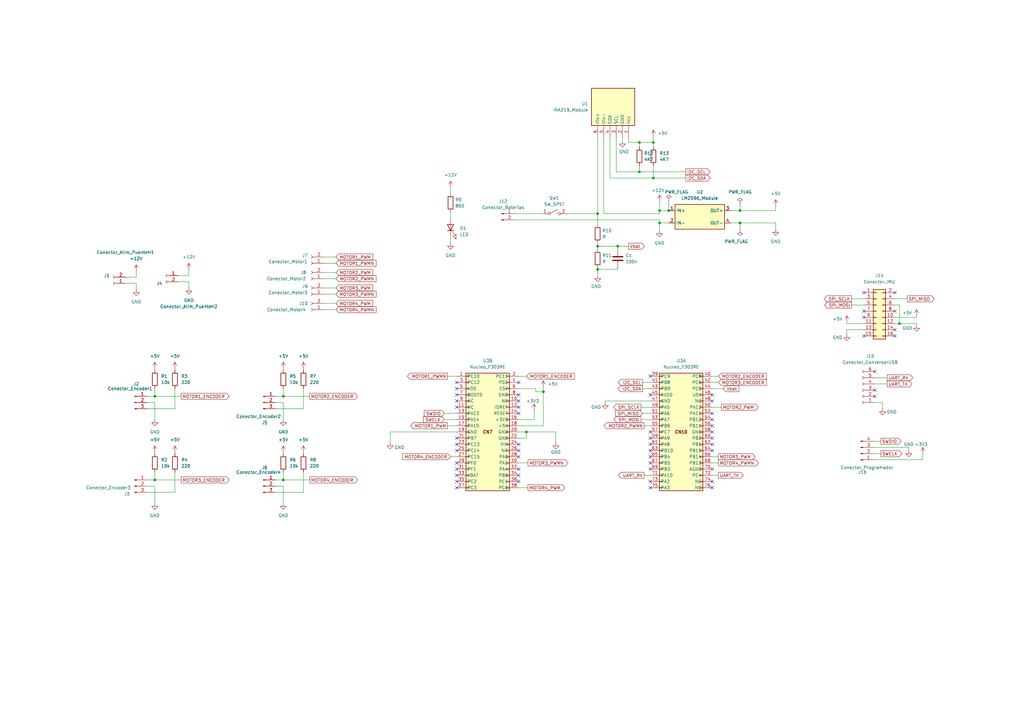
<source format=kicad_sch>
(kicad_sch (version 20211123) (generator eeschema)
  (paper "A3")
  (lib_symbols
    (symbol "Connector:Conn_01x02_Female" (pin_names (offset 1.016) hide)
      (property "Reference" "J" (at 0 2.54 0))
      (property "Value" "Conn_01x02_Female" (at 0 -5.08 0))
      (symbol "Conn_01x02_Female_1_1"
        (pin passive line (at -5.08 0 0) (length 3.81) (name "Pin_1") (number "1"))
        (pin passive line (at -5.08 -2.54 0) (length 3.81) (name "Pin_2") (number "2"))
      )
    )
    (symbol "Connector:Conn_01x02_Male" (pin_names (offset 1.016) hide)
      (property "Reference" "J" (at 0 2.54 0))
      (property "Value" "Conn_01x02_Male" (at 0 -5.08 0))
      (symbol "Conn_01x02_Male_1_1"
        (pin passive line (at 5.08 0 180) (length 3.81) (name "Pin_1") (number "1"))
        (pin passive line (at 5.08 -2.54 180) (length 3.81) (name "Pin_2") (number "2"))
      )
    )
    (symbol "Connector:Conn_01x03_Male" (pin_names (offset 1.016) hide)
      (property "Reference" "J" (at 0 5.08 0))
      (property "Value" "Conn_01x03_Male" (at 0 -5.08 0))
      (symbol "Conn_01x03_Male_1_1"
        (pin passive line (at 5.08 2.54 180) (length 3.81) (name "Pin_1") (number "1"))
        (pin passive line (at 5.08 0 180) (length 3.81) (name "Pin_2") (number "2"))
        (pin passive line (at 5.08 -2.54 180) (length 3.81) (name "Pin_3") (number "3"))
      )
    )
    (symbol "Connector:Conn_01x04_Male" (pin_names (offset 1.016) hide)
      (property "Reference" "J" (at 0 5.08 0))
      (property "Value" "Conn_01x04_Male" (at 0 -7.62 0))
      (symbol "Conn_01x04_Male_1_1"
        (pin passive line (at 5.08 2.54 180) (length 3.81) (name "Pin_1") (number "1"))
        (pin passive line (at 5.08 0 180) (length 3.81) (name "Pin_2") (number "2"))
        (pin passive line (at 5.08 -2.54 180) (length 3.81) (name "Pin_3") (number "3"))
        (pin passive line (at 5.08 -5.08 180) (length 3.81) (name "Pin_4") (number "4"))
      )
    )
    (symbol "Connector:Conn_01x06_Female" (pin_names (offset 1.016) hide)
      (property "Reference" "J" (at 0 7.62 0))
      (property "Value" "Conn_01x06_Female" (at 0 -10.16 0))
      (symbol "Conn_01x06_Female_1_1"
        (pin passive line (at -5.08 5.08 0) (length 3.81) (name "Pin_1") (number "1"))
        (pin passive line (at -5.08 2.54 0) (length 3.81) (name "Pin_2") (number "2"))
        (pin passive line (at -5.08 0 0) (length 3.81) (name "Pin_3") (number "3"))
        (pin passive line (at -5.08 -2.54 0) (length 3.81) (name "Pin_4") (number "4"))
        (pin passive line (at -5.08 -5.08 0) (length 3.81) (name "Pin_5") (number "5"))
        (pin passive line (at -5.08 -7.62 0) (length 3.81) (name "Pin_6") (number "6"))
      )
    )
    (symbol "Connector_Generic:Conn_02x08_Odd_Even" (pin_names (offset 1.016) hide)
      (property "Reference" "J" (at 1.27 10.16 0))
      (property "Value" "Conn_02x08_Odd_Even" (at 1.27 -12.7 0))
      (symbol "Conn_02x08_Odd_Even_1_1"
        (pin passive line (at -5.08 7.62 0) (length 3.81) (name "Pin_1") (number "1"))
        (pin passive line (at 7.62 -2.54 180) (length 3.81) (name "Pin_10") (number "10"))
        (pin passive line (at -5.08 -5.08 0) (length 3.81) (name "Pin_11") (number "11"))
        (pin passive line (at 7.62 -5.08 180) (length 3.81) (name "Pin_12") (number "12"))
        (pin passive line (at -5.08 -7.62 0) (length 3.81) (name "Pin_13") (number "13"))
        (pin passive line (at 7.62 -7.62 180) (length 3.81) (name "Pin_14") (number "14"))
        (pin passive line (at -5.08 -10.16 0) (length 3.81) (name "Pin_15") (number "15"))
        (pin passive line (at 7.62 -10.16 180) (length 3.81) (name "Pin_16") (number "16"))
        (pin passive line (at 7.62 7.62 180) (length 3.81) (name "Pin_2") (number "2"))
        (pin passive line (at -5.08 5.08 0) (length 3.81) (name "Pin_3") (number "3"))
        (pin passive line (at 7.62 5.08 180) (length 3.81) (name "Pin_4") (number "4"))
        (pin passive line (at -5.08 2.54 0) (length 3.81) (name "Pin_5") (number "5"))
        (pin passive line (at 7.62 2.54 180) (length 3.81) (name "Pin_6") (number "6"))
        (pin passive line (at -5.08 0 0) (length 3.81) (name "Pin_7") (number "7"))
        (pin passive line (at 7.62 0 180) (length 3.81) (name "Pin_8") (number "8"))
        (pin passive line (at -5.08 -2.54 0) (length 3.81) (name "Pin_9") (number "9"))
      )
    )
    (symbol "CustomLib:INA219_Module"
      (property "Reference" "U" (at 0 0 0))
      (property "Value" "INA219_Module" (at 0 2.54 0))
      (symbol "INA219_Module_1_0"
        (pin power_in line (at -6.35 -13.97 90) (length 5.08) (name "Vcc") (number "1"))
        (pin power_in line (at -3.81 -13.97 90) (length 5.08) (name "GND") (number "2"))
        (pin bidirectional line (at -1.27 -13.97 90) (length 5.08) (name "SCL") (number "3"))
        (pin bidirectional line (at 1.27 -13.97 90) (length 5.08) (name "SDA") (number "4"))
        (pin bidirectional line (at 3.81 -13.97 90) (length 5.08) (name "Vin-") (number "5"))
        (pin bidirectional line (at 6.35 -13.97 90) (length 5.08) (name "Vin+") (number "6"))
      )
    )
    (symbol "CustomLib:LM2596_Module"
      (property "Reference" "U2" (at 0 7.62 0))
      (property "Value" "LM2596_Module" (at 0 5.08 0))
      (symbol "LM2596_Module_1_1"
        (pin power_in line (at -12.7 0 0) (length 2.54) (name "IN+") (number "1"))
        (pin power_in line (at -12.7 -5.08 0) (length 2.54) (name "IN-") (number "2"))
        (pin power_out line (at 12.7 0 180) (length 2.54) (name "OUT+") (number "3"))
        (pin power_out line (at 12.7 -5.08 180) (length 2.54) (name "OUT-") (number "4"))
      )
    )
    (symbol "CustomLib:Nucleo_F303RE"
      (property "Reference" "U" (at 0 21.59 0))
      (property "Value" "Nucleo_F303RE" (at 0 26.67 0))
      (symbol "Nucleo_F303RE_1_0"
        (text "CN10" (at 0 0 0) (effects (font (size 1.27 1.27) bold)))
      )
      (symbol "Nucleo_F303RE_1_1"
        (pin passive line (at -12.7 22.86 0) (length 3.81) (name "PC9") (number "1"))
        (pin passive line (at 12.7 12.7 180) (length 3.81) (name "NC") (number "10"))
        (pin passive line (at -12.7 10.16 0) (length 3.81) (name "PA5") (number "11"))
        (pin passive line (at 12.7 10.16 180) (length 3.81) (name "PA12") (number "12"))
        (pin passive line (at -12.7 7.62 0) (length 3.81) (name "PA6") (number "13"))
        (pin passive line (at 12.7 7.62 180) (length 3.81) (name "PA11") (number "14"))
        (pin passive line (at -12.7 5.08 0) (length 3.81) (name "PA7") (number "15"))
        (pin passive line (at 12.7 5.08 180) (length 3.81) (name "PB12") (number "16"))
        (pin passive line (at -12.7 2.54 0) (length 3.81) (name "PB6") (number "17"))
        (pin passive line (at 12.7 2.54 180) (length 3.81) (name "PB11") (number "18"))
        (pin passive line (at -12.7 0 0) (length 3.81) (name "PC7") (number "19"))
        (pin passive line (at 12.7 22.86 180) (length 3.81) (name "PC8") (number "2"))
        (pin passive line (at 12.7 0 180) (length 3.81) (name "GND") (number "20"))
        (pin passive line (at -12.7 -2.54 0) (length 3.81) (name "PA9") (number "21"))
        (pin passive line (at 12.7 -2.54 180) (length 3.81) (name "PB2") (number "22"))
        (pin passive line (at -12.7 -5.08 0) (length 3.81) (name "PA8") (number "23"))
        (pin passive line (at 12.7 -5.08 180) (length 3.81) (name "PB1") (number "24"))
        (pin passive line (at -12.7 -7.62 0) (length 3.81) (name "PB10") (number "25"))
        (pin passive line (at 12.7 -7.62 180) (length 3.81) (name "PB15") (number "26"))
        (pin passive line (at -12.7 -10.16 0) (length 3.81) (name "PB4") (number "27"))
        (pin passive line (at 12.7 -10.16 180) (length 3.81) (name "PB14") (number "28"))
        (pin passive line (at -12.7 -12.7 0) (length 3.81) (name "PB5") (number "29"))
        (pin passive line (at -12.7 20.32 0) (length 3.81) (name "PB8") (number "3"))
        (pin passive line (at 12.7 -12.7 180) (length 3.81) (name "PB13") (number "30"))
        (pin passive line (at -12.7 -15.24 0) (length 3.81) (name "PB3") (number "31"))
        (pin passive line (at 12.7 -15.24 180) (length 3.81) (name "AGND") (number "32"))
        (pin passive line (at -12.7 -17.78 0) (length 3.81) (name "PA10") (number "33"))
        (pin passive line (at 12.7 -17.78 180) (length 3.81) (name "PC4") (number "34"))
        (pin passive line (at -12.7 -20.32 0) (length 3.81) (name "PA2") (number "35"))
        (pin passive line (at 12.7 -20.32 180) (length 3.81) (name "NC") (number "36"))
        (pin passive line (at -12.7 -22.86 0) (length 3.81) (name "PA3") (number "37"))
        (pin passive line (at 12.7 -22.86 180) (length 3.81) (name "NC") (number "38"))
        (pin passive line (at 12.7 20.32 180) (length 3.81) (name "PC6") (number "4"))
        (pin passive line (at -12.7 17.78 0) (length 3.81) (name "PB9") (number "5"))
        (pin passive line (at 12.7 17.78 180) (length 3.81) (name "PC5") (number "6"))
        (pin passive line (at -12.7 15.24 0) (length 3.81) (name "AVDD") (number "7"))
        (pin passive line (at 12.7 15.24 180) (length 3.81) (name "U5V") (number "8"))
        (pin passive line (at -12.7 12.7 0) (length 3.81) (name "GND") (number "9"))
      )
      (symbol "Nucleo_F303RE_2_0"
        (text "CN7" (at 0 0 0) (effects (font (size 1.27 1.27) bold)))
      )
      (symbol "Nucleo_F303RE_2_1"
        (pin passive line (at -12.7 22.86 0) (length 3.81) (name "PC10") (number "1"))
        (pin passive line (at 12.7 12.7 180) (length 3.81) (name "NC") (number "10"))
        (pin passive line (at -12.7 10.16 0) (length 3.81) (name "NC") (number "11"))
        (pin passive line (at 12.7 10.16 180) (length 3.81) (name "IOREF") (number "12"))
        (pin passive line (at -12.7 7.62 0) (length 3.81) (name "PA13") (number "13"))
        (pin passive line (at 12.7 7.62 180) (length 3.81) (name "RESET") (number "14"))
        (pin passive line (at -12.7 5.08 0) (length 3.81) (name "PA14") (number "15"))
        (pin passive line (at 12.7 5.08 180) (length 3.81) (name "+3V3") (number "16"))
        (pin passive line (at -12.7 2.54 0) (length 3.81) (name "PA15") (number "17"))
        (pin passive line (at 12.7 2.54 180) (length 3.81) (name "+5V") (number "18"))
        (pin passive line (at -12.7 0 0) (length 3.81) (name "GND") (number "19"))
        (pin passive line (at 12.7 22.86 180) (length 3.81) (name "PC11") (number "2"))
        (pin passive line (at 12.7 0 180) (length 3.81) (name "GND") (number "20"))
        (pin passive line (at -12.7 -2.54 0) (length 3.81) (name "PB7") (number "21"))
        (pin passive line (at 12.7 -2.54 180) (length 3.81) (name "GND") (number "22"))
        (pin passive line (at -12.7 -5.08 0) (length 3.81) (name "PC13") (number "23"))
        (pin passive line (at 12.7 -5.08 180) (length 3.81) (name "VIN") (number "24"))
        (pin passive line (at -12.7 -7.62 0) (length 3.81) (name "PC14") (number "25"))
        (pin passive line (at 12.7 -7.62 180) (length 3.81) (name "NC") (number "26"))
        (pin passive line (at -12.7 -10.16 0) (length 3.81) (name "PC15") (number "27"))
        (pin passive line (at 12.7 -10.16 180) (length 3.81) (name "PA0") (number "28"))
        (pin passive line (at -12.7 -12.7 0) (length 3.81) (name "PF0") (number "29"))
        (pin passive line (at -12.7 20.32 0) (length 3.81) (name "PC12") (number "3"))
        (pin passive line (at 12.7 -12.7 180) (length 3.81) (name "PA1") (number "30"))
        (pin passive line (at -12.7 -15.24 0) (length 3.81) (name "PF1") (number "31"))
        (pin passive line (at 12.7 -15.24 180) (length 3.81) (name "PA4") (number "32"))
        (pin passive line (at -12.7 -17.78 0) (length 3.81) (name "VBAT") (number "33"))
        (pin passive line (at 12.7 -17.78 180) (length 3.81) (name "PB0") (number "34"))
        (pin passive line (at -12.7 -20.32 0) (length 3.81) (name "PC2") (number "35"))
        (pin passive line (at 12.7 -20.32 180) (length 3.81) (name "PC1") (number "36"))
        (pin passive line (at -12.7 -22.86 0) (length 3.81) (name "PC3") (number "37"))
        (pin passive line (at 12.7 -22.86 180) (length 3.81) (name "PC0") (number "38"))
        (pin passive line (at 12.7 20.32 180) (length 3.81) (name "PD2") (number "4"))
        (pin passive line (at -12.7 17.78 0) (length 3.81) (name "VDD") (number "5"))
        (pin passive line (at 12.7 17.78 180) (length 3.81) (name "E5V") (number "6"))
        (pin passive line (at -12.7 15.24 0) (length 3.81) (name "BOOT0") (number "7"))
        (pin passive line (at 12.7 15.24 180) (length 3.81) (name "GND") (number "8"))
        (pin passive line (at -12.7 12.7 0) (length 3.81) (name "NC") (number "9"))
      )
    )
    (symbol "Device:C" (pin_numbers hide) (pin_names (offset 0.254))
      (property "Reference" "C" (at 0.635 2.54 0))
      (property "Value" "C" (at 0.635 -2.54 0))
      (symbol "C_1_1"
        (pin passive line (at 0 3.81 270) (length 2.794) (name "~") (number "1"))
        (pin passive line (at 0 -3.81 90) (length 2.794) (name "~") (number "2"))
      )
    )
    (symbol "Device:LED" (pin_numbers hide) (pin_names (offset 1.016) hide)
      (property "Reference" "D" (at 0 2.54 0))
      (property "Value" "LED" (at 0 -2.54 0))
      (symbol "LED_1_1"
        (pin passive line (at -3.81 0 0) (length 2.54) (name "K") (number "1"))
        (pin passive line (at 3.81 0 180) (length 2.54) (name "A") (number "2"))
      )
    )
    (symbol "Device:R" (pin_numbers hide) (pin_names (offset 0))
      (property "Reference" "R" (at 2.032 0 90))
      (property "Value" "R" (at 0 0 90))
      (symbol "R_1_1"
        (pin passive line (at 0 3.81 270) (length 1.27) (name "~") (number "1"))
        (pin passive line (at 0 -3.81 90) (length 1.27) (name "~") (number "2"))
      )
    )
    (symbol "Nucleo_F303RE_1"
      (property "Reference" "U" (at 0 21.59 0))
      (property "Value" "Nucleo_F303RE_1" (at 0 26.67 0))
      (symbol "Nucleo_F303RE_1_1_0"
        (text "CN10" (at 0 0 0) (effects (font (size 1.27 1.27) bold)))
      )
      (symbol "Nucleo_F303RE_1_1_1"
        (pin passive line (at -12.7 22.86 0) (length 3.81) (name "PC9") (number "39"))
        (pin passive line (at 12.7 22.86 180) (length 3.81) (name "PC8") (number "40"))
        (pin passive line (at -12.7 20.32 0) (length 3.81) (name "PB8") (number "41"))
        (pin passive line (at 12.7 20.32 180) (length 3.81) (name "PC6") (number "42"))
        (pin passive line (at -12.7 17.78 0) (length 3.81) (name "PB9") (number "43"))
        (pin passive line (at 12.7 17.78 180) (length 3.81) (name "PC5") (number "44"))
        (pin passive line (at -12.7 15.24 0) (length 3.81) (name "AVDD") (number "45"))
        (pin passive line (at 12.7 15.24 180) (length 3.81) (name "U5V") (number "46"))
        (pin passive line (at -12.7 12.7 0) (length 3.81) (name "GND") (number "47"))
        (pin passive line (at 12.7 12.7 180) (length 3.81) (name "NC") (number "48"))
        (pin passive line (at -12.7 10.16 0) (length 3.81) (name "PA5") (number "49"))
        (pin passive line (at 12.7 10.16 180) (length 3.81) (name "PA12") (number "50"))
        (pin passive line (at -12.7 7.62 0) (length 3.81) (name "PA6") (number "51"))
        (pin passive line (at 12.7 7.62 180) (length 3.81) (name "PA11") (number "52"))
        (pin passive line (at -12.7 5.08 0) (length 3.81) (name "PA7") (number "53"))
        (pin passive line (at 12.7 5.08 180) (length 3.81) (name "PB12") (number "54"))
        (pin passive line (at -12.7 2.54 0) (length 3.81) (name "PB6") (number "55"))
        (pin passive line (at 12.7 2.54 180) (length 3.81) (name "PB11") (number "56"))
        (pin passive line (at -12.7 0 0) (length 3.81) (name "PC7") (number "57"))
        (pin passive line (at 12.7 0 180) (length 3.81) (name "GND") (number "58"))
        (pin passive line (at -12.7 -2.54 0) (length 3.81) (name "PA9") (number "59"))
        (pin passive line (at 12.7 -2.54 180) (length 3.81) (name "PB2") (number "60"))
        (pin passive line (at -12.7 -5.08 0) (length 3.81) (name "PA8") (number "61"))
        (pin passive line (at 12.7 -5.08 180) (length 3.81) (name "PB1") (number "62"))
        (pin passive line (at -12.7 -7.62 0) (length 3.81) (name "PB10") (number "63"))
        (pin passive line (at 12.7 -7.62 180) (length 3.81) (name "PB15") (number "64"))
        (pin passive line (at -12.7 -10.16 0) (length 3.81) (name "PB4") (number "65"))
        (pin passive line (at 12.7 -10.16 180) (length 3.81) (name "PB14") (number "66"))
        (pin passive line (at -12.7 -12.7 0) (length 3.81) (name "PB5") (number "67"))
        (pin passive line (at 12.7 -12.7 180) (length 3.81) (name "PB13") (number "68"))
        (pin passive line (at -12.7 -15.24 0) (length 3.81) (name "PB3") (number "69"))
        (pin passive line (at 12.7 -15.24 180) (length 3.81) (name "AGND") (number "70"))
        (pin passive line (at -12.7 -17.78 0) (length 3.81) (name "PA10") (number "71"))
        (pin passive line (at 12.7 -17.78 180) (length 3.81) (name "PC4") (number "72"))
        (pin passive line (at -12.7 -20.32 0) (length 3.81) (name "PA2") (number "73"))
        (pin passive line (at 12.7 -20.32 180) (length 3.81) (name "NC") (number "74"))
        (pin passive line (at -12.7 -22.86 0) (length 3.81) (name "PA3") (number "75"))
        (pin passive line (at 12.7 -22.86 180) (length 3.81) (name "NC") (number "76"))
      )
      (symbol "Nucleo_F303RE_1_2_0"
        (text "CN7" (at 0 0 0) (effects (font (size 1.27 1.27) bold)))
      )
      (symbol "Nucleo_F303RE_1_2_1"
        (pin passive line (at -12.7 22.86 0) (length 3.81) (name "PC10") (number "1"))
        (pin passive line (at 12.7 12.7 180) (length 3.81) (name "NC") (number "10"))
        (pin passive line (at -12.7 10.16 0) (length 3.81) (name "NC") (number "11"))
        (pin passive line (at 12.7 10.16 180) (length 3.81) (name "IOREF") (number "12"))
        (pin passive line (at -12.7 7.62 0) (length 3.81) (name "PA13") (number "13"))
        (pin passive line (at 12.7 7.62 180) (length 3.81) (name "RESET") (number "14"))
        (pin passive line (at -12.7 5.08 0) (length 3.81) (name "PA14") (number "15"))
        (pin passive line (at 12.7 5.08 180) (length 3.81) (name "+3V3") (number "16"))
        (pin passive line (at -12.7 2.54 0) (length 3.81) (name "PA15") (number "17"))
        (pin passive line (at 12.7 2.54 180) (length 3.81) (name "+5V") (number "18"))
        (pin passive line (at -12.7 0 0) (length 3.81) (name "GND") (number "19"))
        (pin passive line (at 12.7 22.86 180) (length 3.81) (name "PC11") (number "2"))
        (pin passive line (at 12.7 0 180) (length 3.81) (name "GND") (number "20"))
        (pin passive line (at -12.7 -2.54 0) (length 3.81) (name "PB7") (number "21"))
        (pin passive line (at 12.7 -2.54 180) (length 3.81) (name "GND") (number "22"))
        (pin passive line (at -12.7 -5.08 0) (length 3.81) (name "PC13") (number "23"))
        (pin passive line (at 12.7 -5.08 180) (length 3.81) (name "VIN") (number "24"))
        (pin passive line (at -12.7 -7.62 0) (length 3.81) (name "PC14") (number "25"))
        (pin passive line (at 12.7 -7.62 180) (length 3.81) (name "NC") (number "26"))
        (pin passive line (at -12.7 -10.16 0) (length 3.81) (name "PC15") (number "27"))
        (pin passive line (at 12.7 -10.16 180) (length 3.81) (name "PA0") (number "28"))
        (pin passive line (at -12.7 -12.7 0) (length 3.81) (name "PF0") (number "29"))
        (pin passive line (at -12.7 20.32 0) (length 3.81) (name "PC12") (number "3"))
        (pin passive line (at 12.7 -12.7 180) (length 3.81) (name "PA1") (number "30"))
        (pin passive line (at -12.7 -15.24 0) (length 3.81) (name "PF1") (number "31"))
        (pin passive line (at 12.7 -15.24 180) (length 3.81) (name "PA4") (number "32"))
        (pin passive line (at -12.7 -17.78 0) (length 3.81) (name "VBAT") (number "33"))
        (pin passive line (at 12.7 -17.78 180) (length 3.81) (name "PB0") (number "34"))
        (pin passive line (at -12.7 -20.32 0) (length 3.81) (name "PC2") (number "35"))
        (pin passive line (at 12.7 -20.32 180) (length 3.81) (name "PC1") (number "36"))
        (pin passive line (at -12.7 -22.86 0) (length 3.81) (name "PC3") (number "37"))
        (pin passive line (at 12.7 -22.86 180) (length 3.81) (name "PC0") (number "38"))
        (pin passive line (at 12.7 20.32 180) (length 3.81) (name "PD2") (number "4"))
        (pin passive line (at -12.7 17.78 0) (length 3.81) (name "VDD") (number "5"))
        (pin passive line (at 12.7 17.78 180) (length 3.81) (name "E5V") (number "6"))
        (pin passive line (at -12.7 15.24 0) (length 3.81) (name "BOOT0") (number "7"))
        (pin passive line (at 12.7 15.24 180) (length 3.81) (name "GND") (number "8"))
        (pin passive line (at -12.7 12.7 0) (length 3.81) (name "NC") (number "9"))
      )
    )
    (symbol "Switch:SW_SPST" (pin_names (offset 0) hide)
      (property "Reference" "SW" (at 0 3.175 0))
      (property "Value" "SW_SPST" (at 0 -2.54 0))
      (symbol "SW_SPST_1_1"
        (pin passive line (at -5.08 0 0) (length 2.54) (name "A") (number "1"))
        (pin passive line (at 5.08 0 180) (length 2.54) (name "B") (number "2"))
      )
    )
    (symbol "power:+12V" (power) (pin_names (offset 0))
      (property "Value" "+12V" (at 0 3.556 0))
      (symbol "+12V_1_1"
        (pin power_in line (at 0 0 90) (length 0) hide (name "+12V") (number "1"))
      )
    )
    (symbol "power:+3V3" (power) (pin_names (offset 0))
      (property "Value" "+3V3" (at 0 3.556 0))
      (symbol "+3V3_1_1"
        (pin power_in line (at 0 0 90) (length 0) hide (name "+3V3") (number "1"))
      )
    )
    (symbol "power:+5V" (power) (pin_names (offset 0))
      (property "Value" "+5V" (at 0 3.556 0))
      (symbol "+5V_1_1"
        (pin power_in line (at 0 0 90) (length 0) hide (name "+5V") (number "1"))
      )
    )
    (symbol "power:GND" (power) (pin_names (offset 0))
      (property "Value" "GND" (at 0 -3.81 0))
      (symbol "GND_1_1"
        (pin power_in line (at 0 0 270) (length 0) hide (name "GND") (number "1"))
      )
    )
    (symbol "power:PWR_FLAG" (power) (pin_numbers hide) (pin_names (offset 0) hide)
      (property "Value" "PWR_FLAG" (at 0 3.81 0))
      (symbol "PWR_FLAG_0_0"
        (pin power_out line (at 0 0 90) (length 0) (name "pwr") (number "1"))
      )
    )
  )
  (junction (at 222.885 160.655))
  (junction (at 274.32 86.36))
  (junction (at 270.51 91.44))
  (junction (at 262.255 70.485))
  (junction (at 245.11 110.49))
  (junction (at 303.53 91.44))
  (junction (at 245.11 100.965))
  (junction (at 262.255 58.42))
  (junction (at 116.205 162.56))
  (junction (at 215.9 177.165))
  (junction (at 303.53 86.36))
  (junction (at 63.5 196.85))
  (junction (at 267.97 73.025))
  (junction (at 253.365 100.965))
  (junction (at 368.935 132.715))
  (junction (at 270.51 86.36))
  (junction (at 63.5 162.56))
  (junction (at 116.205 196.85))
  (junction (at 267.97 58.42))
  (junction (at 245.11 87.63))
  (no_connect (at 187.325 161.925))
  (no_connect (at 292.1 192.405))
  (no_connect (at 292.1 182.245))
  (no_connect (at 292.1 184.785))
  (no_connect (at 187.325 156.845))
  (no_connect (at 354.33 137.795))
  (no_connect (at 187.325 200.025))
  (no_connect (at 354.33 127.635))
  (no_connect (at 367.03 135.255))
  (no_connect (at 187.325 197.485))
  (no_connect (at 292.1 169.545))
  (no_connect (at 367.03 137.795))
  (no_connect (at 292.1 172.085))
  (no_connect (at 367.03 120.015))
  (no_connect (at 212.725 187.325))
  (no_connect (at 266.7 154.305))
  (no_connect (at 212.725 194.945))
  (no_connect (at 212.725 161.925))
  (no_connect (at 212.725 182.245))
  (no_connect (at 266.7 182.245))
  (no_connect (at 292.1 174.625))
  (no_connect (at 354.33 130.175))
  (no_connect (at 292.1 161.925))
  (no_connect (at 358.775 152.4))
  (no_connect (at 266.7 187.325))
  (no_connect (at 358.775 160.02))
  (no_connect (at 212.725 184.785))
  (no_connect (at 358.775 162.56))
  (no_connect (at 212.725 169.545))
  (no_connect (at 367.03 127.635))
  (no_connect (at 292.1 200.025))
  (no_connect (at 187.325 179.705))
  (no_connect (at 187.325 189.865))
  (no_connect (at 292.1 197.485))
  (no_connect (at 212.725 167.005))
  (no_connect (at 292.1 179.705))
  (no_connect (at 266.7 179.705))
  (no_connect (at 187.325 164.465))
  (no_connect (at 212.725 192.405))
  (no_connect (at 212.725 164.465))
  (no_connect (at 266.7 197.485))
  (no_connect (at 212.725 197.485))
  (no_connect (at 266.7 200.025))
  (no_connect (at 187.325 184.785))
  (no_connect (at 266.7 161.925))
  (no_connect (at 292.1 177.165))
  (no_connect (at 266.7 189.865))
  (no_connect (at 354.33 120.015))
  (no_connect (at 266.7 192.405))
  (no_connect (at 187.325 194.945))
  (no_connect (at 212.725 156.845))
  (no_connect (at 187.325 167.005))
  (no_connect (at 187.325 182.245))
  (no_connect (at 187.325 159.385))
  (no_connect (at 187.325 192.405))
  (no_connect (at 266.7 184.785))
  (no_connect (at 292.1 164.465))
  (no_connect (at 266.7 177.165))
  (wire (pts (xy 247.65 87.63) (xy 270.51 87.63)))
  (wire (pts (xy 263.525 156.845) (xy 266.7 156.845)))
  (wire (pts (xy 247.65 56.515) (xy 247.65 87.63)))
  (wire (pts (xy 367.03 122.555) (xy 372.11 122.555)))
  (wire (pts (xy 267.97 55.88) (xy 267.97 58.42)))
  (wire (pts (xy 274.32 91.44) (xy 270.51 91.44)))
  (wire (pts (xy 71.755 159.385) (xy 71.755 167.64)))
  (wire (pts (xy 375.92 129.54) (xy 375.92 130.175)))
  (wire (pts (xy 245.11 87.63) (xy 245.11 92.075)))
  (wire (pts (xy 292.1 154.305) (xy 294.64 154.305)))
  (wire (pts (xy 347.345 132.08) (xy 347.345 132.715)))
  (wire (pts (xy 184.785 79.375) (xy 184.785 76.835)))
  (wire (pts (xy 71.755 193.675) (xy 71.755 201.93)))
  (wire (pts (xy 73.025 113.03) (xy 77.47 113.03)))
  (wire (pts (xy 116.205 151.13) (xy 116.205 151.765)))
  (wire (pts (xy 212.725 179.705) (xy 215.9 179.705)))
  (wire (pts (xy 255.27 56.515) (xy 255.27 57.785)))
  (wire (pts (xy 116.205 162.56) (xy 127 162.56)))
  (wire (pts (xy 63.5 185.42) (xy 63.5 186.055)))
  (wire (pts (xy 318.135 91.44) (xy 318.135 93.98)))
  (wire (pts (xy 245.11 100.965) (xy 253.365 100.965)))
  (wire (pts (xy 227.965 177.165) (xy 227.965 181.61)))
  (wire (pts (xy 60.325 196.85) (xy 63.5 196.85)))
  (wire (pts (xy 318.135 84.455) (xy 318.135 86.36)))
  (wire (pts (xy 270.51 82.55) (xy 270.51 86.36)))
  (wire (pts (xy 303.53 86.36) (xy 318.135 86.36)))
  (wire (pts (xy 281.305 70.485) (xy 262.255 70.485)))
  (wire (pts (xy 252.73 70.485) (xy 252.73 56.515)))
  (wire (pts (xy 349.25 125.095) (xy 354.33 125.095)))
  (wire (pts (xy 212.725 172.085) (xy 219.075 172.085)))
  (wire (pts (xy 187.325 169.545) (xy 182.245 169.545)))
  (wire (pts (xy 347.345 137.16) (xy 347.345 135.255)))
  (wire (pts (xy 160.02 177.165) (xy 187.325 177.165)))
  (wire (pts (xy 60.325 199.39) (xy 63.5 199.39)))
  (wire (pts (xy 253.365 109.855) (xy 253.365 110.49)))
  (wire (pts (xy 367.03 125.095) (xy 368.935 125.095)))
  (wire (pts (xy 303.53 91.44) (xy 318.135 91.44)))
  (wire (pts (xy 184.785 86.995) (xy 184.785 89.535)))
  (wire (pts (xy 113.03 196.85) (xy 116.205 196.85)))
  (wire (pts (xy 210.82 87.63) (xy 222.25 87.63)))
  (wire (pts (xy 299.72 91.44) (xy 303.53 91.44)))
  (wire (pts (xy 303.53 83.82) (xy 303.53 86.36)))
  (wire (pts (xy 187.325 187.325) (xy 184.785 187.325)))
  (wire (pts (xy 262.255 70.485) (xy 252.73 70.485)))
  (wire (pts (xy 292.1 156.845) (xy 294.64 156.845)))
  (wire (pts (xy 367.03 130.175) (xy 375.92 130.175)))
  (wire (pts (xy 262.255 67.945) (xy 262.255 70.485)))
  (wire (pts (xy 267.97 60.325) (xy 267.97 58.42)))
  (wire (pts (xy 270.51 87.63) (xy 270.51 86.36)))
  (wire (pts (xy 257.81 56.515) (xy 257.81 58.42)))
  (wire (pts (xy 212.725 200.025) (xy 216.535 200.025)))
  (wire (pts (xy 245.11 100.965) (xy 245.11 102.235)))
  (wire (pts (xy 222.885 160.655) (xy 222.885 174.625)))
  (wire (pts (xy 132.715 118.11) (xy 137.795 118.11)))
  (wire (pts (xy 63.5 196.85) (xy 74.295 196.85)))
  (wire (pts (xy 77.47 113.03) (xy 77.47 110.49)))
  (wire (pts (xy 219.075 168.275) (xy 219.075 172.085)))
  (wire (pts (xy 184.785 97.155) (xy 184.785 99.695)))
  (wire (pts (xy 222.885 158.75) (xy 222.885 160.655)))
  (wire (pts (xy 262.89 167.005) (xy 266.7 167.005)))
  (wire (pts (xy 253.365 110.49) (xy 245.11 110.49)))
  (wire (pts (xy 132.715 120.65) (xy 137.795 120.65)))
  (wire (pts (xy 132.715 105.41) (xy 137.795 105.41)))
  (wire (pts (xy 250.19 73.025) (xy 267.97 73.025)))
  (wire (pts (xy 270.51 86.36) (xy 274.32 86.36)))
  (wire (pts (xy 216.535 189.865) (xy 212.725 189.865)))
  (wire (pts (xy 124.46 185.42) (xy 124.46 186.055)))
  (wire (pts (xy 182.245 172.085) (xy 187.325 172.085)))
  (wire (pts (xy 212.725 159.385) (xy 219.71 159.385)))
  (wire (pts (xy 71.755 185.42) (xy 71.755 186.055)))
  (wire (pts (xy 183.515 154.305) (xy 187.325 154.305)))
  (wire (pts (xy 55.88 118.745) (xy 55.88 116.205)))
  (wire (pts (xy 60.325 201.93) (xy 71.755 201.93)))
  (wire (pts (xy 245.11 110.49) (xy 245.11 113.03)))
  (wire (pts (xy 248.285 164.465) (xy 266.7 164.465)))
  (wire (pts (xy 270.51 91.44) (xy 270.51 90.17)))
  (wire (pts (xy 263.525 169.545) (xy 266.7 169.545)))
  (wire (pts (xy 295.91 167.005) (xy 292.1 167.005)))
  (wire (pts (xy 361.95 165.1) (xy 358.775 165.1)))
  (wire (pts (xy 270.51 91.44) (xy 270.51 94.615)))
  (wire (pts (xy 232.41 87.63) (xy 245.11 87.63)))
  (wire (pts (xy 375.92 133.35) (xy 375.92 132.715)))
  (wire (pts (xy 215.9 154.305) (xy 212.725 154.305)))
  (wire (pts (xy 124.46 151.13) (xy 124.46 151.765)))
  (wire (pts (xy 262.255 58.42) (xy 267.97 58.42)))
  (wire (pts (xy 358.14 180.975) (xy 361.315 180.975)))
  (wire (pts (xy 222.885 174.625) (xy 212.725 174.625)))
  (wire (pts (xy 296.545 159.385) (xy 292.1 159.385)))
  (wire (pts (xy 267.97 73.025) (xy 281.305 73.025)))
  (wire (pts (xy 368.935 132.715) (xy 375.92 132.715)))
  (wire (pts (xy 51.435 113.665) (xy 55.88 113.665)))
  (wire (pts (xy 77.47 118.11) (xy 77.47 115.57)))
  (wire (pts (xy 60.325 167.64) (xy 71.755 167.64)))
  (wire (pts (xy 292.1 194.945) (xy 294.64 194.945)))
  (wire (pts (xy 55.88 116.205) (xy 51.435 116.205)))
  (wire (pts (xy 215.9 177.165) (xy 212.725 177.165)))
  (wire (pts (xy 358.775 154.94) (xy 363.855 154.94)))
  (wire (pts (xy 215.9 179.705) (xy 215.9 177.165)))
  (wire (pts (xy 368.935 125.095) (xy 368.935 132.715)))
  (wire (pts (xy 132.715 124.46) (xy 137.795 124.46)))
  (wire (pts (xy 263.525 159.385) (xy 266.7 159.385)))
  (wire (pts (xy 248.285 165.1) (xy 248.285 164.465)))
  (wire (pts (xy 77.47 115.57) (xy 73.025 115.57)))
  (wire (pts (xy 361.95 165.1) (xy 361.95 167.64)))
  (wire (pts (xy 116.205 199.39) (xy 116.205 206.375)))
  (wire (pts (xy 132.715 114.3) (xy 137.795 114.3)))
  (wire (pts (xy 250.19 56.515) (xy 250.19 73.025)))
  (wire (pts (xy 60.325 162.56) (xy 63.5 162.56)))
  (wire (pts (xy 113.03 201.93) (xy 124.46 201.93)))
  (wire (pts (xy 367.03 132.715) (xy 368.935 132.715)))
  (wire (pts (xy 262.255 58.42) (xy 262.255 60.325)))
  (wire (pts (xy 358.775 157.48) (xy 363.855 157.48)))
  (wire (pts (xy 358.14 186.055) (xy 361.315 186.055)))
  (wire (pts (xy 116.205 196.85) (xy 116.205 193.675)))
  (wire (pts (xy 266.7 194.945) (xy 264.16 194.945)))
  (wire (pts (xy 63.5 162.56) (xy 74.295 162.56)))
  (wire (pts (xy 60.325 165.1) (xy 63.5 165.1)))
  (wire (pts (xy 132.715 127) (xy 137.795 127)))
  (wire (pts (xy 274.32 82.55) (xy 274.32 86.36)))
  (wire (pts (xy 63.5 196.85) (xy 63.5 193.675)))
  (wire (pts (xy 303.53 93.98) (xy 303.53 91.44)))
  (wire (pts (xy 347.345 135.255) (xy 354.33 135.255)))
  (wire (pts (xy 132.715 107.95) (xy 137.795 107.95)))
  (wire (pts (xy 358.14 183.515) (xy 372.745 183.515)))
  (wire (pts (xy 132.715 111.76) (xy 137.795 111.76)))
  (wire (pts (xy 253.365 100.965) (xy 257.81 100.965)))
  (wire (pts (xy 292.1 187.325) (xy 294.64 187.325)))
  (wire (pts (xy 183.515 174.625) (xy 187.325 174.625)))
  (wire (pts (xy 378.46 186.055) (xy 378.46 188.595)))
  (wire (pts (xy 116.205 165.1) (xy 116.205 172.085)))
  (wire (pts (xy 113.03 199.39) (xy 116.205 199.39)))
  (wire (pts (xy 113.03 165.1) (xy 116.205 165.1)))
  (wire (pts (xy 349.25 122.555) (xy 354.33 122.555)))
  (wire (pts (xy 116.205 162.56) (xy 116.205 159.385)))
  (wire (pts (xy 354.33 132.715) (xy 347.345 132.715)))
  (wire (pts (xy 219.71 160.655) (xy 222.885 160.655)))
  (wire (pts (xy 160.02 177.165) (xy 160.02 181.61)))
  (wire (pts (xy 124.46 193.675) (xy 124.46 201.93)))
  (wire (pts (xy 210.82 90.17) (xy 270.51 90.17)))
  (wire (pts (xy 299.72 86.36) (xy 303.53 86.36)))
  (wire (pts (xy 124.46 159.385) (xy 124.46 167.64)))
  (wire (pts (xy 55.88 113.665) (xy 55.88 111.125)))
  (wire (pts (xy 266.7 174.625) (xy 264.16 174.625)))
  (wire (pts (xy 63.5 151.13) (xy 63.5 151.765)))
  (wire (pts (xy 245.11 56.515) (xy 245.11 87.63)))
  (wire (pts (xy 71.755 151.13) (xy 71.755 151.765)))
  (wire (pts (xy 116.205 185.42) (xy 116.205 186.055)))
  (wire (pts (xy 113.03 162.56) (xy 116.205 162.56)))
  (wire (pts (xy 262.89 172.085) (xy 266.7 172.085)))
  (wire (pts (xy 113.03 167.64) (xy 124.46 167.64)))
  (wire (pts (xy 358.14 188.595) (xy 378.46 188.595)))
  (wire (pts (xy 245.11 109.855) (xy 245.11 110.49)))
  (wire (pts (xy 215.9 177.165) (xy 227.965 177.165)))
  (wire (pts (xy 372.745 183.515) (xy 372.745 184.785)))
  (wire (pts (xy 257.81 58.42) (xy 262.255 58.42)))
  (wire (pts (xy 63.5 162.56) (xy 63.5 159.385)))
  (wire (pts (xy 219.71 159.385) (xy 219.71 160.655)))
  (wire (pts (xy 267.97 67.945) (xy 267.97 73.025)))
  (wire (pts (xy 245.11 99.695) (xy 245.11 100.965)))
  (wire (pts (xy 292.1 189.865) (xy 294.64 189.865)))
  (wire (pts (xy 63.5 199.39) (xy 63.5 206.375)))
  (wire (pts (xy 63.5 165.1) (xy 63.5 172.085)))
  (wire (pts (xy 116.205 196.85) (xy 127 196.85)))
  (wire (pts (xy 253.365 102.235) (xy 253.365 100.965)))
  (global_label "SWCLK" (shape output) (at 361.315 186.055 0) (property "Intersheet References" "${INTERSHEET_REFS}" (effects hide)))
  (global_label "MOTOR2_ENCODER" (shape output) (at 127 162.56 0) (property "Intersheet References" "${INTERSHEET_REFS}" (effects hide)))
  (global_label "I2C_SDA" (shape output) (at 263.525 159.385 180) (property "Intersheet References" "${INTERSHEET_REFS}" (effects hide)))
  (global_label "MOTOR4_PWM" (shape output) (at 216.535 200.025 0) (property "Intersheet References" "${INTERSHEET_REFS}" (effects hide)))
  (global_label "MOTOR3_PWMN" (shape output) (at 216.535 189.865 0) (property "Intersheet References" "${INTERSHEET_REFS}" (effects hide)))
  (global_label "SWDIO" (shape output) (at 361.315 180.975 0) (property "Intersheet References" "${INTERSHEET_REFS}" (effects hide)))
  (global_label "SPI_MOSI" (shape output) (at 349.25 125.095 180) (property "Intersheet References" "${INTERSHEET_REFS}" (effects hide)))
  (global_label "MOTOR4_PWMN" (shape output) (at 294.64 189.865 0) (property "Intersheet References" "${INTERSHEET_REFS}" (effects hide)))
  (global_label "MOTOR1_PWMN" (shape output) (at 183.515 154.305 180) (property "Intersheet References" "${INTERSHEET_REFS}" (effects hide)))
  (global_label "UART_RX" (shape output) (at 363.855 154.94 0) (property "Intersheet References" "${INTERSHEET_REFS}" (effects hide)))
  (global_label "SPI_SCLK" (shape output) (at 349.25 122.555 180) (property "Intersheet References" "${INTERSHEET_REFS}" (effects hide)))
  (global_label "SPI_MOSI" (shape output) (at 262.89 172.085 180) (property "Intersheet References" "${INTERSHEET_REFS}" (effects hide)))
  (global_label "Vbat" (shape output) (at 257.81 100.965 0) (property "Intersheet References" "${INTERSHEET_REFS}" (effects hide)))
  (global_label "I2C_SDA" (shape output) (at 281.305 73.025 0) (property "Intersheet References" "${INTERSHEET_REFS}" (effects hide)))
  (global_label "I2C_SCL" (shape output) (at 281.305 70.485 0) (property "Intersheet References" "${INTERSHEET_REFS}" (effects hide)))
  (global_label "MOTOR4_PWM" (shape input) (at 137.795 124.46 0) (property "Intersheet References" "${INTERSHEET_REFS}" (effects hide)))
  (global_label "SWCLK" (shape input) (at 182.245 172.085 180) (property "Intersheet References" "${INTERSHEET_REFS}" (effects hide)))
  (global_label "MOTOR4_PWMN" (shape input) (at 137.795 127 0) (property "Intersheet References" "${INTERSHEET_REFS}" (effects hide)))
  (global_label "MOTOR2_PWMN" (shape input) (at 137.795 114.3 0) (property "Intersheet References" "${INTERSHEET_REFS}" (effects hide)))
  (global_label "SPI_SCLK" (shape output) (at 262.89 167.005 180) (property "Intersheet References" "${INTERSHEET_REFS}" (effects hide)))
  (global_label "MOTOR1_PWM" (shape output) (at 183.515 174.625 180) (property "Intersheet References" "${INTERSHEET_REFS}" (effects hide)))
  (global_label "SWDIO" (shape input) (at 182.245 169.545 180) (property "Intersheet References" "${INTERSHEET_REFS}" (effects hide)))
  (global_label "MOTOR2_PWM" (shape output) (at 295.91 167.005 0) (property "Intersheet References" "${INTERSHEET_REFS}" (effects hide)))
  (global_label "MOTOR1_ENCODER" (shape input) (at 215.9 154.305 0) (property "Intersheet References" "${INTERSHEET_REFS}" (effects hide)))
  (global_label "MOTOR3_PWM" (shape output) (at 294.64 187.325 0) (property "Intersheet References" "${INTERSHEET_REFS}" (effects hide)))
  (global_label "UART_TX" (shape output) (at 294.64 194.945 0) (property "Intersheet References" "${INTERSHEET_REFS}" (effects hide)))
  (global_label "SPI_MISO" (shape input) (at 263.525 169.545 180) (property "Intersheet References" "${INTERSHEET_REFS}" (effects hide)))
  (global_label "UART_TX" (shape output) (at 363.855 157.48 0) (property "Intersheet References" "${INTERSHEET_REFS}" (effects hide)))
  (global_label "MOTOR3_PWM" (shape input) (at 137.795 118.11 0) (property "Intersheet References" "${INTERSHEET_REFS}" (effects hide)))
  (global_label "MOTOR1_ENCODER" (shape output) (at 74.295 162.56 0) (property "Intersheet References" "${INTERSHEET_REFS}" (effects hide)))
  (global_label "MOTOR2_PWM" (shape input) (at 137.795 111.76 0) (property "Intersheet References" "${INTERSHEET_REFS}" (effects hide)))
  (global_label "MOTOR2_PWMN" (shape output) (at 264.16 174.625 180) (property "Intersheet References" "${INTERSHEET_REFS}" (effects hide)))
  (global_label "Vbat" (shape input) (at 296.545 159.385 0) (property "Intersheet References" "${INTERSHEET_REFS}" (effects hide)))
  (global_label "I2C_SCL" (shape output) (at 263.525 156.845 180) (property "Intersheet References" "${INTERSHEET_REFS}" (effects hide)))
  (global_label "MOTOR3_PWMN" (shape input) (at 137.795 120.65 0) (property "Intersheet References" "${INTERSHEET_REFS}" (effects hide)))
  (global_label "UART_RX" (shape output) (at 264.16 194.945 180) (property "Intersheet References" "${INTERSHEET_REFS}" (effects hide)))
  (global_label "MOTOR3_ENCODER" (shape output) (at 74.295 196.85 0) (property "Intersheet References" "${INTERSHEET_REFS}" (effects hide)))
  (global_label "MOTOR1_PWMN" (shape input) (at 137.795 107.95 0) (property "Intersheet References" "${INTERSHEET_REFS}" (effects hide)))
  (global_label "SPI_MISO" (shape output) (at 372.11 122.555 0) (property "Intersheet References" "${INTERSHEET_REFS}" (effects hide)))
  (global_label "MOTOR4_ENCODER" (shape output) (at 127 196.85 0) (property "Intersheet References" "${INTERSHEET_REFS}" (effects hide)))
  (global_label "MOTOR4_ENCODER" (shape input) (at 184.785 187.325 180) (property "Intersheet References" "${INTERSHEET_REFS}" (effects hide)))
  (global_label "MOTOR2_ENCODER" (shape input) (at 294.64 154.305 0) (property "Intersheet References" "${INTERSHEET_REFS}" (effects hide)))
  (global_label "MOTOR3_ENCODER" (shape input) (at 294.64 156.845 0) (property "Intersheet References" "${INTERSHEET_REFS}" (effects hide)))
  (global_label "MOTOR1_PWM" (shape input) (at 137.795 105.41 0) (property "Intersheet References" "${INTERSHEET_REFS}" (effects hide)))
  (symbol (lib_id "Connector:Conn_01x03_Male") (at 55.245 199.39 0) (unit 1)
    (property "Reference" "J3" (at 52.07 202.565 0))
    (property "Value" "Conector_Encoder3" (at 44.45 200.025 0))
    (property "Footprint" "Connector_JST:JST_EH_B3B-EH-A_1x03_P2.50mm_Vertical" (effects hide))
  )
  (symbol (lib_id "Connector:Conn_01x03_Male") (at 107.95 165.1 0) (unit 1)
    (property "Reference" "J5" (at 108.585 173.355 0))
    (property "Value" "Conector_Encoder2" (at 106.045 170.815 0))
    (property "Footprint" "Connector_JST:JST_EH_B3B-EH-A_1x03_P2.50mm_Vertical" (effects hide))
  )
  (symbol (lib_id "Connector:Conn_01x02_Female") (at 127.635 120.65 180) (unit 1)
    (property "Reference" "J9" (at 125.095 117.475 0))
    (property "Value" "Conector_Motor3" (at 118.11 120.015 0))
    (property "Footprint" "Connector_PinHeader_2.54mm:PinHeader_1x02_P2.54mm_Vertical" (effects hide))
  )
  (symbol (lib_id "power:GND") (at 55.88 118.745 0) (unit 1)
    (property "Reference" "#PWR02" (effects hide))
    (property "Value" "GND" (at 55.88 123.825 0))
  )
  (symbol (lib_id "power:GND") (at 255.27 57.785 0) (mirror y) (unit 1)
    (property "Reference" "#PWR025" (effects hide))
    (property "Value" "GND" (at 255.905 62.23 0))
  )
  (symbol (lib_id "power:+5V") (at 222.885 158.75 0) (mirror y) (unit 1)
    (property "Reference" "#PWR022" (effects hide))
    (property "Value" "+5V" (at 226.695 157.48 0))
  )
  (symbol (lib_id "power:GND") (at 248.285 165.1 0) (unit 1)
    (property "Reference" "#PWR023" (effects hide))
    (property "Value" "GND" (at 244.475 167.005 0))
  )
  (symbol (lib_id "power:+3V3") (at 378.46 186.055 0) (unit 1)
    (property "Reference" "#PWR0106" (effects hide))
    (property "Value" "+3V3" (at 377.825 182.245 0))
  )
  (symbol (lib_id "Connector:Conn_01x02_Female") (at 127.635 114.3 180) (unit 1)
    (property "Reference" "J8" (at 124.46 111.76 0))
    (property "Value" "Conector_Motor2" (at 117.475 114.3 0))
    (property "Footprint" "Connector_PinHeader_2.54mm:PinHeader_1x02_P2.54mm_Vertical" (effects hide))
  )
  (symbol (lib_id "power:+5V") (at 124.46 185.42 0) (unit 1)
    (property "Reference" "#PWR016" (effects hide))
    (property "Value" "+5V" (at 124.46 180.34 0))
  )
  (symbol (lib_id "power:PWR_FLAG") (at 303.53 93.98 180) (unit 1)
    (property "Reference" "#FLG03" (effects hide))
    (property "Value" "PWR_FLAG" (at 297.18 99.06 0) (effects (justify right)))
  )
  (symbol (lib_id "power:+12V") (at 77.47 110.49 0) (unit 1)
    (property "Reference" "#PWR09" (effects hide))
    (property "Value" "+12V" (at 77.47 105.41 0))
  )
  (symbol (lib_id "Device:R") (at 245.11 106.045 0) (unit 1)
    (property "Reference" "R11" (at 247.015 104.7749 0) (effects (justify left)))
    (property "Value" "R" (at 247.015 107.3149 0) (effects (justify left)))
    (property "Footprint" "Resistor_THT:R_Axial_DIN0207_L6.3mm_D2.5mm_P10.16mm_Horizontal" (effects hide))
  )
  (symbol (lib_id "power:GND") (at 372.745 184.785 0) (unit 1)
    (property "Reference" "#PWR0104" (effects hide))
    (property "Value" "GND" (at 372.745 182.245 0))
  )
  (symbol (lib_id "Connector:Conn_01x03_Male") (at 55.245 165.1 0) (unit 1)
    (property "Reference" "J2" (at 55.88 157.48 0))
    (property "Value" "Conector_Encoder1" (at 53.34 159.385 0))
    (property "Footprint" "Connector_JST:JST_EH_B3B-EH-A_1x03_P2.50mm_Vertical" (effects hide))
  )
  (symbol (lib_id "power:+12V") (at 270.51 82.55 0) (unit 1)
    (property "Reference" "#PWR027" (effects hide))
    (property "Value" "+12V" (at 269.875 78.105 0))
  )
  (symbol (lib_id "Connector:Conn_01x02_Female") (at 127.635 107.95 180) (unit 1)
    (property "Reference" "J7" (at 125.095 104.775 0))
    (property "Value" "Conector_Motor1" (at 118.11 107.315 0))
    (property "Footprint" "Connector_PinHeader_2.54mm:PinHeader_1x02_P2.54mm_Vertical" (effects hide))
  )
  (symbol (lib_id "Device:R") (at 245.11 95.885 0) (unit 1)
    (property "Reference" "R10" (at 247.015 94.6149 0) (effects (justify left)))
    (property "Value" "R" (at 247.015 97.1549 0) (effects (justify left)))
    (property "Footprint" "Resistor_THT:R_Axial_DIN0207_L6.3mm_D2.5mm_P10.16mm_Horizontal" (effects hide))
  )
  (symbol (lib_id "power:GND") (at 245.11 113.03 0) (unit 1)
    (property "Reference" "#PWR024" (effects hide))
    (property "Value" "GND" (at 244.475 117.475 0))
  )
  (symbol (lib_id "power:+5V") (at 116.205 185.42 0) (unit 1)
    (property "Reference" "#PWR013" (effects hide))
    (property "Value" "+5V" (at 116.205 180.34 0))
  )
  (symbol (lib_id "power:GND") (at 63.5 172.085 0) (unit 1)
    (property "Reference" "#PWR04" (effects hide))
    (property "Value" "GND" (at 63.5 177.165 0))
  )
  (symbol (lib_id "Device:R") (at 124.46 189.865 0) (unit 1)
    (property "Reference" "R8" (at 127 188.5949 0) (effects (justify left)))
    (property "Value" "220" (at 127 191.1349 0) (effects (justify left)))
    (property "Footprint" "Resistor_THT:R_Axial_DIN0207_L6.3mm_D2.5mm_P10.16mm_Horizontal" (effects hide))
  )
  (symbol (lib_id "Device:R") (at 63.5 155.575 0) (unit 1)
    (property "Reference" "R1" (at 66.04 154.3049 0) (effects (justify left)))
    (property "Value" "10k" (at 66.04 156.8449 0) (effects (justify left)))
    (property "Footprint" "Resistor_THT:R_Axial_DIN0207_L6.3mm_D2.5mm_P10.16mm_Horizontal" (effects hide))
  )
  (symbol (lib_id "power:+5V") (at 116.205 151.13 0) (unit 1)
    (property "Reference" "#PWR011" (effects hide))
    (property "Value" "+5V" (at 116.205 146.05 0))
  )
  (symbol (lib_id "Switch:SW_SPST") (at 227.33 87.63 0) (unit 1)
    (property "Reference" "SW1" (at 227.33 81.28 0))
    (property "Value" "SW_SPST" (at 227.33 83.82 0))
    (property "Footprint" "CustomLib:SW_SPST" (effects hide))
  )
  (symbol (lib_id "Connector:Conn_01x02_Female") (at 127.635 127 180) (unit 1)
    (property "Reference" "J10" (at 124.46 124.46 0))
    (property "Value" "Conector_Motor4" (at 117.475 127 0))
    (property "Footprint" "Connector_PinHeader_2.54mm:PinHeader_1x02_P2.54mm_Vertical" (effects hide))
  )
  (symbol (lib_id "power:+5V") (at 71.755 185.42 0) (unit 1)
    (property "Reference" "#PWR08" (effects hide))
    (property "Value" "+5V" (at 71.755 180.34 0))
  )
  (symbol (lib_id "power:+12V") (at 55.88 111.125 0) (unit 1)
    (property "Reference" "#PWR01" (effects hide))
    (property "Value" "+12V" (at 55.88 106.045 0))
  )
  (symbol (lib_id "Connector:Conn_01x04_Male") (at 353.06 186.055 0) (mirror x) (unit 1)
    (property "Reference" "J16" (at 353.695 193.675 0))
    (property "Value" "Conector_Programador" (at 355.6 191.77 0))
    (property "Footprint" "Connector_PinSocket_2.54mm:PinSocket_1x04_P2.54mm_Vertical" (effects hide))
  )
  (symbol (lib_id "power:+5V") (at 318.135 84.455 0) (unit 1)
    (property "Reference" "#PWR030" (effects hide))
    (property "Value" "+5V" (at 318.135 79.375 0))
  )
  (symbol (lib_id "power:PWR_FLAG") (at 274.32 82.55 0) (unit 1)
    (property "Reference" "#FLG01" (effects hide))
    (property "Value" "PWR_FLAG" (at 277.495 78.74 0))
  )
  (symbol (lib_id "Device:R") (at 116.205 155.575 0) (unit 1)
    (property "Reference" "R5" (at 118.745 154.3049 0) (effects (justify left)))
    (property "Value" "10k" (at 118.745 156.8449 0) (effects (justify left)))
    (property "Footprint" "Resistor_THT:R_Axial_DIN0207_L6.3mm_D2.5mm_P10.16mm_Horizontal" (effects hide))
  )
  (symbol (lib_id "power:+3V3") (at 219.075 168.275 0) (unit 1)
    (property "Reference" "#PWR0105" (effects hide))
    (property "Value" "+3V3" (at 218.44 164.465 0))
  )
  (symbol (lib_id "power:GND") (at 318.135 93.98 0) (unit 1)
    (property "Reference" "#PWR031" (effects hide))
    (property "Value" "GND" (at 318.135 99.06 0))
  )
  (symbol (lib_id "Device:C") (at 253.365 106.045 0) (unit 1)
    (property "Reference" "C1" (at 256.54 104.7749 0) (effects (justify left)))
    (property "Value" "100n" (at 256.54 107.3149 0) (effects (justify left)))
    (property "Footprint" "Capacitor_THT:C_Disc_D4.3mm_W1.9mm_P5.00mm" (effects hide))
  )
  (symbol (lib_id "Connector:Conn_01x06_Female") (at 353.695 160.02 180) (unit 1)
    (property "Reference" "J15" (at 356.87 146.05 0))
    (property "Value" "Conector_ConversorUSB" (at 356.87 148.59 0))
    (property "Footprint" "Connector_PinSocket_2.54mm:PinSocket_1x06_P2.54mm_Horizontal" (effects hide))
  )
  (symbol (lib_id "power:GND") (at 347.345 137.16 0) (unit 1)
    (property "Reference" "#PWR033" (effects hide))
    (property "Value" "GND" (at 343.535 138.43 0))
  )
  (symbol (lib_id "Connector_Generic:Conn_02x08_Odd_Even") (at 359.41 127.635 0) (unit 1)
    (property "Reference" "J14" (at 360.68 113.03 0))
    (property "Value" "Conector_IMU" (at 360.68 115.57 0))
    (property "Footprint" "CustomLib:Conector_IMU" (effects hide))
  )
  (symbol (lib_id "Device:R") (at 262.255 64.135 0) (unit 1)
    (property "Reference" "R12" (at 264.16 62.8649 0) (effects (justify left)))
    (property "Value" "4K7" (at 264.16 65.4049 0) (effects (justify left)))
    (property "Footprint" "Resistor_THT:R_Axial_DIN0207_L6.3mm_D2.5mm_P10.16mm_Horizontal" (effects hide))
  )
  (symbol (lib_id "CustomLib:LM2596_Module") (at 287.02 86.36 0) (unit 1)
    (property "Reference" "U2" (at 287.02 78.74 0))
    (property "Value" "LM2596_Module" (at 287.02 81.28 0))
    (property "Footprint" "CustomLib:DCDC_StepDown_LM2596" (effects hide))
  )
  (symbol (lib_id "Device:R") (at 63.5 189.865 0) (unit 1)
    (property "Reference" "R2" (at 66.04 188.5949 0) (effects (justify left)))
    (property "Value" "10k" (at 66.04 191.1349 0) (effects (justify left)))
    (property "Footprint" "Resistor_THT:R_Axial_DIN0207_L6.3mm_D2.5mm_P10.16mm_Horizontal" (effects hide))
  )
  (symbol (lib_id "power:+5V") (at 375.92 129.54 0) (unit 1)
    (property "Reference" "#PWR035" (effects hide))
    (property "Value" "+5V" (at 372.11 128.27 0))
  )
  (symbol (lib_id "CustomLib:INA219_Module") (at 251.46 42.545 0) (mirror y) (unit 1)
    (property "Reference" "U1" (at 241.3 42.5449 0) (effects (justify left)))
    (property "Value" "INA219_Module" (at 241.3 45.0849 0) (effects (justify left)))
    (property "Footprint" "CustomLib:INA219_Module" (effects hide))
  )
  (symbol (lib_id "power:+5V") (at 63.5 185.42 0) (unit 1)
    (property "Reference" "#PWR05" (effects hide))
    (property "Value" "+5V" (at 63.5 180.34 0))
  )
  (symbol (lib_id "Connector:Conn_01x02_Female") (at 67.945 113.03 0) (mirror y) (unit 1)
    (property "Reference" "J4" (at 65.405 116.205 0))
    (property "Value" "Conector_Alim_PuenteH2" (at 77.47 125.73 0))
    (property "Footprint" "Connector_JST:JST_EH_B2B-EH-A_1x02_P2.50mm_Vertical" (effects hide))
  )
  (symbol (lib_id "Connector:Conn_01x03_Male") (at 107.95 199.39 0) (unit 1)
    (property "Reference" "J6" (at 108.585 191.77 0))
    (property "Value" "Conector_Encoder4" (at 106.045 193.675 0))
    (property "Footprint" "Connector_JST:JST_EH_B3B-EH-A_1x03_P2.50mm_Vertical" (effects hide))
  )
  (symbol (lib_id "power:GND") (at 184.785 99.695 0) (unit 1)
    (property "Reference" "#PWR019" (effects hide))
    (property "Value" "GND" (at 184.785 104.775 0))
  )
  (symbol (lib_id "Device:R") (at 267.97 64.135 0) (unit 1)
    (property "Reference" "R13" (at 270.51 62.8649 0) (effects (justify left)))
    (property "Value" "4K7" (at 270.51 65.4049 0) (effects (justify left)))
    (property "Footprint" "Resistor_THT:R_Axial_DIN0207_L6.3mm_D2.5mm_P10.16mm_Horizontal" (effects hide))
  )
  (symbol (lib_id "Device:LED") (at 184.785 93.345 90) (unit 1)
    (property "Reference" "D1" (at 188.595 93.6624 90) (effects (justify right)))
    (property "Value" "LED" (at 188.595 96.2024 90) (effects (justify right)))
    (property "Footprint" "LED_THT:LED_D5.0mm" (effects hide))
  )
  (symbol (lib_id "power:GND") (at 63.5 206.375 0) (unit 1)
    (property "Reference" "#PWR0103" (effects hide))
    (property "Value" "GND" (at 63.5 211.455 0))
  )
  (symbol (lib_id "power:GND") (at 116.205 172.085 0) (unit 1)
    (property "Reference" "#PWR0102" (effects hide))
    (property "Value" "GND" (at 116.205 177.165 0))
  )
  (symbol (lib_id "power:GND") (at 77.47 118.11 0) (unit 1)
    (property "Reference" "#PWR010" (effects hide))
    (property "Value" "GND" (at 77.47 123.19 0))
  )
  (symbol (lib_id "Device:R") (at 124.46 155.575 0) (unit 1)
    (property "Reference" "R7" (at 127 154.3049 0) (effects (justify left)))
    (property "Value" "220" (at 127 156.8449 0) (effects (justify left)))
    (property "Footprint" "Resistor_THT:R_Axial_DIN0207_L6.3mm_D2.5mm_P10.16mm_Horizontal" (effects hide))
  )
  (symbol (lib_id "power:+5V") (at 124.46 151.13 0) (unit 1)
    (property "Reference" "#PWR015" (effects hide))
    (property "Value" "+5V" (at 124.46 146.05 0))
  )
  (symbol (lib_id "power:GND") (at 160.02 181.61 0) (mirror y) (unit 1)
    (property "Reference" "#PWR021" (effects hide))
    (property "Value" "GND" (at 163.83 183.515 0))
  )
  (symbol (lib_id "power:PWR_FLAG") (at 303.53 83.82 0) (unit 1)
    (property "Reference" "#FLG02" (effects hide))
    (property "Value" "PWR_FLAG" (at 303.53 78.74 0))
  )
  (symbol (lib_id "power:GND") (at 116.205 206.375 0) (unit 1)
    (property "Reference" "#PWR0101" (effects hide))
    (property "Value" "GND" (at 116.205 211.455 0))
  )
  (symbol (lib_id "power:+5V") (at 71.755 151.13 0) (unit 1)
    (property "Reference" "#PWR07" (effects hide))
    (property "Value" "+5V" (at 71.755 146.05 0))
  )
  (symbol (lib_id "power:+5V") (at 63.5 151.13 0) (unit 1)
    (property "Reference" "#PWR03" (effects hide))
    (property "Value" "+5V" (at 63.5 146.05 0))
  )
  (symbol (lib_id "power:+12V") (at 184.785 76.835 0) (unit 1)
    (property "Reference" "#PWR018" (effects hide))
    (property "Value" "+12V" (at 184.785 71.755 0))
  )
  (symbol (lib_id "Connector:Conn_01x02_Male") (at 205.74 87.63 0) (unit 1)
    (property "Reference" "J12" (at 206.375 82.55 0))
    (property "Value" "Conector_Baterias" (at 206.375 85.09 0))
    (property "Footprint" "Connector_JST:JST_EH_B2B-EH-A_1x02_P2.50mm_Vertical" (effects hide))
  )
  (symbol (lib_id "Device:R") (at 116.205 189.865 0) (unit 1)
    (property "Reference" "R6" (at 118.745 188.5949 0) (effects (justify left)))
    (property "Value" "10k" (at 118.745 191.1349 0) (effects (justify left)))
    (property "Footprint" "Resistor_THT:R_Axial_DIN0207_L6.3mm_D2.5mm_P10.16mm_Horizontal" (effects hide))
  )
  (symbol (lib_id "power:GND") (at 227.965 181.61 0) (mirror y) (unit 1)
    (property "Reference" "#PWR017" (effects hide))
    (property "Value" "GND" (at 227.965 185.42 0))
  )
  (symbol (lib_id "power:GND") (at 375.92 133.35 0) (unit 1)
    (property "Reference" "#PWR036" (effects hide))
    (property "Value" "GND" (at 372.11 134.62 0))
  )
  (symbol (lib_id "Device:R") (at 71.755 189.865 0) (unit 1)
    (property "Reference" "R4" (at 74.295 188.5949 0) (effects (justify left)))
    (property "Value" "220" (at 74.295 191.1349 0) (effects (justify left)))
    (property "Footprint" "Resistor_THT:R_Axial_DIN0207_L6.3mm_D2.5mm_P10.16mm_Horizontal" (effects hide))
  )
  (symbol (lib_id "power:+5V") (at 267.97 55.88 0) (mirror y) (unit 1)
    (property "Reference" "#PWR026" (effects hide))
    (property "Value" "+5V" (at 271.78 54.61 0))
  )
  (symbol (lib_id "power:+5V") (at 347.345 132.08 0) (unit 1)
    (property "Reference" "#PWR032" (effects hide))
    (property "Value" "+5V" (at 343.535 130.81 0))
  )
  (symbol (lib_id "power:GND") (at 270.51 94.615 0) (unit 1)
    (property "Reference" "#PWR028" (effects hide))
    (property "Value" "GND" (at 270.51 99.695 0))
  )
  (symbol (lib_id "power:GND") (at 361.95 167.64 0) (unit 1)
    (property "Reference" "#PWR034" (effects hide))
    (property "Value" "GND" (at 365.76 168.91 0))
  )
  (symbol (lib_id "CustomLib:Nucleo_F303RE") (at 200.025 177.165 0) (unit 2)
    (property "Reference" "U3" (at 200.025 147.955 0))
    (property "Value" "Nucleo_F303RE" (at 200.025 150.495 0))
    (property "Footprint" "CustomLib:Nucleo_F303RE" (effects hide))
  )
  (symbol (lib_id "Device:R") (at 71.755 155.575 0) (unit 1)
    (property "Reference" "R3" (at 74.295 154.3049 0) (effects (justify left)))
    (property "Value" "220" (at 74.295 156.8449 0) (effects (justify left)))
    (property "Footprint" "Resistor_THT:R_Axial_DIN0207_L6.3mm_D2.5mm_P10.16mm_Horizontal" (effects hide))
  )
  (symbol (lib_id "Connector:Conn_01x02_Female") (at 46.355 116.205 180) (unit 1)
    (property "Reference" "J1" (at 43.815 113.03 0))
    (property "Value" "Conector_Alim_PuenteH1" (at 51.435 103.505 0))
    (property "Footprint" "Connector_JST:JST_EH_B2B-EH-A_1x02_P2.50mm_Vertical" (effects hide))
  )
  (symbol (lib_id "Device:R") (at 184.785 83.185 0) (unit 1)
    (property "Reference" "R9" (at 186.69 81.9149 0) (effects (justify left)))
    (property "Value" "860" (at 186.69 84.4549 0) (effects (justify left)))
    (property "Footprint" "Resistor_THT:R_Axial_DIN0207_L6.3mm_D2.5mm_P10.16mm_Horizontal" (effects hide))
  )
  (symbol (lib_name "Nucleo_F303RE_1") (lib_id "CustomLib:Nucleo_F303RE") (at 279.4 177.165 0) (unit 1)
    (property "Reference" "U3" (at 279.4 147.955 0))
    (property "Value" "Nucleo_F303RE" (at 279.4 150.495 0))
    (property "Footprint" "CustomLib:Nucleo_F303RE" (effects hide))
  )
)
</source>
